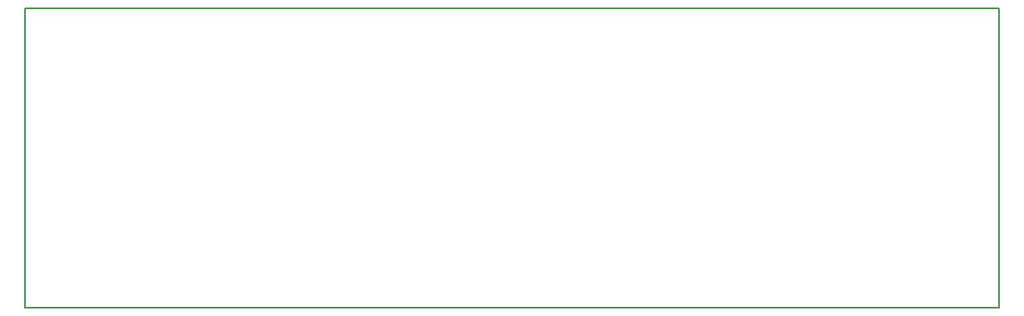
<source format=gbr>
G04 #@! TF.GenerationSoftware,KiCad,Pcbnew,(5.0.1)-3*
G04 #@! TF.CreationDate,2018-12-07T13:03:12-08:00*
G04 #@! TF.ProjectId,500-1073-Quad-Banana-Jack,3530302D313037332D517561642D4261,rev?*
G04 #@! TF.SameCoordinates,Original*
G04 #@! TF.FileFunction,Profile,NP*
%FSLAX46Y46*%
G04 Gerber Fmt 4.6, Leading zero omitted, Abs format (unit mm)*
G04 Created by KiCad (PCBNEW (5.0.1)-3) date 12/7/2018 1:03:12 PM*
%MOMM*%
%LPD*%
G01*
G04 APERTURE LIST*
%ADD10C,0.150000*%
G04 APERTURE END LIST*
D10*
X203200000Y-121920000D02*
X203200000Y-152400000D01*
X104140000Y-121920000D02*
X203200000Y-121920000D01*
X104140000Y-152400000D02*
X104140000Y-121920000D01*
X203200000Y-152400000D02*
X104140000Y-152400000D01*
M02*

</source>
